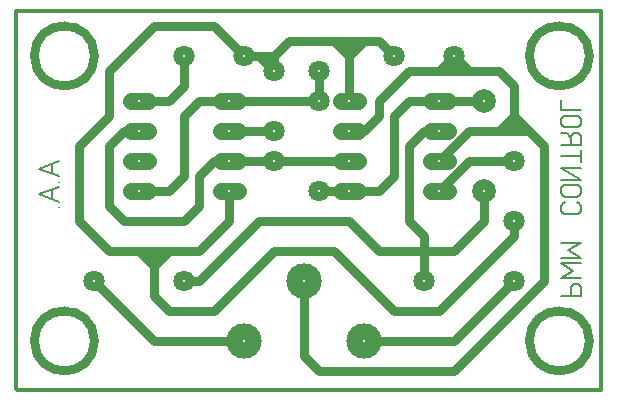
<source format=gbr>
%FSLAX32Y32*%
%MOMM*%
%LNCOPPER2*%
G71*
G01*
%ADD10C, 0.80*%
%ADD11C, 1.80*%
%ADD12C, 3.00*%
%ADD13C, 2.00*%
%ADD14C, 0.21*%
%ADD15C, 0.30*%
%ADD16C, 1.42*%
%LPD*%
G54D10*
X2667Y2511D02*
X1651Y2511D01*
X1524Y2384D01*
X1524Y1876D01*
X1397Y1749D01*
X1143Y1749D01*
G54D10*
X2667Y1749D02*
X3175Y1749D01*
X3302Y1876D01*
X3302Y2384D01*
X3429Y2511D01*
X4064Y2511D01*
X2286Y2003D02*
G54D11*
D03*
X2286Y2257D02*
G54D11*
D03*
G54D10*
X1905Y2257D02*
X2032Y2257D01*
X2286Y2257D01*
G54D10*
X4191Y2765D02*
X4318Y2638D01*
X4318Y2257D01*
X4191Y2257D01*
X3937Y2257D01*
X3683Y2003D01*
G54D10*
X1905Y2003D02*
X1778Y2003D01*
X1651Y1876D01*
X1651Y1622D01*
X1524Y1495D01*
X1016Y1495D01*
X889Y1622D01*
X889Y2130D01*
X1016Y2257D01*
X1143Y2257D01*
G54D10*
X1905Y2003D02*
X2921Y2003D01*
X2032Y479D02*
G54D12*
D03*
X3048Y479D02*
G54D12*
D03*
X2540Y987D02*
G54D12*
D03*
X762Y987D02*
G54D11*
D03*
X1524Y987D02*
G54D11*
D03*
G54D10*
G75*
G01X762Y2892D02*
G03X762Y2892I-254J0D01*
G01*
G54D10*
G75*
G01X4953Y2892D02*
G03X4953Y2892I-254J0D01*
G01*
G54D10*
G75*
G01X762Y479D02*
G03X762Y479I-254J0D01*
G01*
G54D10*
G75*
G01X4953Y479D02*
G03X4953Y479I-254J0D01*
G01*
G54D10*
X3683Y2257D02*
X3556Y2257D01*
X3429Y2130D01*
X3429Y1495D01*
X3556Y1368D01*
X3556Y1241D01*
G54D10*
X3048Y479D02*
X3810Y479D01*
X4318Y987D01*
X4064Y2511D02*
G54D13*
D03*
X4064Y1749D02*
G54D13*
D03*
G54D10*
X3556Y1241D02*
X3810Y1241D01*
X4064Y1495D01*
X4064Y1749D01*
G54D10*
X1524Y987D02*
X1651Y987D01*
X2159Y1495D01*
X2921Y1495D01*
X3175Y1241D01*
X3556Y1241D01*
G54D10*
X2540Y987D02*
X2540Y352D01*
X2667Y225D01*
X3810Y225D01*
X4572Y987D01*
X4572Y2130D01*
X4445Y2257D01*
X4318Y2257D01*
X3302Y2892D02*
G54D11*
D03*
X3810Y2892D02*
G54D11*
D03*
G54D10*
X3810Y2892D02*
X3810Y2765D01*
G54D10*
X2921Y2511D02*
X2921Y3019D01*
X3175Y3019D01*
X3302Y2892D01*
G54D10*
X2286Y1241D02*
X1905Y860D01*
X1778Y733D01*
X1397Y733D01*
X1270Y860D01*
X1270Y1241D01*
X1651Y1241D01*
X1905Y1495D01*
X1905Y1749D01*
G54D10*
X2032Y479D02*
X1270Y479D01*
X762Y987D01*
X4318Y2003D02*
G54D11*
D03*
X4318Y1495D02*
G54D11*
D03*
G54D10*
X3683Y1749D02*
X3937Y2003D01*
X4318Y2003D01*
X1524Y2892D02*
G54D11*
D03*
X2032Y2892D02*
G54D11*
D03*
X2667Y1749D02*
G54D11*
D03*
X2667Y2511D02*
G54D11*
D03*
X2667Y2765D02*
G54D11*
D03*
X2286Y2765D02*
G54D11*
D03*
G54D10*
X2667Y2765D02*
X2667Y2511D01*
G54D10*
X2921Y3019D02*
X2413Y3019D01*
X2286Y2892D01*
X2032Y2892D01*
G54D10*
X2286Y2765D02*
X2286Y2892D01*
G54D10*
X1143Y2511D02*
X1397Y2511D01*
X1524Y2638D01*
X1524Y2892D01*
G54D10*
X1270Y1241D02*
X889Y1241D01*
X762Y1368D01*
X635Y1495D01*
X635Y2130D01*
X889Y2384D01*
X889Y2765D01*
X1143Y3019D01*
X1270Y3146D01*
X1778Y3146D01*
X2032Y2892D01*
G54D14*
X4712Y862D02*
X4881Y862D01*
X4881Y925D01*
X4870Y951D01*
X4849Y963D01*
X4828Y963D01*
X4807Y951D01*
X4796Y925D01*
X4796Y862D01*
G54D14*
X4881Y1009D02*
X4712Y1009D01*
X4818Y1072D01*
X4712Y1136D01*
X4881Y1136D01*
G54D14*
X4712Y1182D02*
X4881Y1182D01*
X4775Y1245D01*
X4881Y1309D01*
X4712Y1309D01*
G54D14*
X4744Y1652D02*
X4723Y1640D01*
X4712Y1614D01*
X4712Y1589D01*
X4723Y1564D01*
X4744Y1551D01*
X4849Y1551D01*
X4870Y1564D01*
X4881Y1589D01*
X4881Y1614D01*
X4870Y1640D01*
X4849Y1652D01*
G54D14*
X4849Y1799D02*
X4744Y1799D01*
X4723Y1787D01*
X4712Y1761D01*
X4712Y1736D01*
X4723Y1711D01*
X4744Y1698D01*
X4849Y1698D01*
X4870Y1711D01*
X4881Y1736D01*
X4881Y1761D01*
X4870Y1787D01*
X4849Y1799D01*
G54D14*
X4712Y1845D02*
X4881Y1845D01*
X4712Y1946D01*
X4881Y1946D01*
G54D14*
X4712Y2043D02*
X4881Y2043D01*
G54D14*
X4881Y1992D02*
X4881Y2093D01*
G54D14*
X4796Y2190D02*
X4775Y2228D01*
X4754Y2240D01*
X4712Y2240D01*
G54D14*
X4712Y2139D02*
X4881Y2139D01*
X4881Y2202D01*
X4870Y2228D01*
X4849Y2240D01*
X4828Y2240D01*
X4807Y2228D01*
X4796Y2202D01*
X4796Y2139D01*
G54D14*
X4849Y2387D02*
X4744Y2387D01*
X4723Y2375D01*
X4712Y2349D01*
X4712Y2324D01*
X4723Y2299D01*
X4744Y2286D01*
X4849Y2286D01*
X4870Y2299D01*
X4881Y2324D01*
X4881Y2349D01*
X4870Y2375D01*
X4849Y2387D01*
G54D14*
X4881Y2433D02*
X4712Y2433D01*
X4712Y2522D01*
G54D14*
X465Y2001D02*
X296Y1938D01*
X465Y1874D01*
G54D14*
X402Y1976D02*
X402Y1900D01*
G54D14*
X465Y1828D02*
X465Y1828D01*
G54D14*
X465Y1782D02*
X296Y1719D01*
X465Y1655D01*
G54D14*
X402Y1757D02*
X402Y1681D01*
G54D14*
X465Y1609D02*
X465Y1609D01*
G54D15*
X103Y3273D02*
X5048Y3273D01*
X5056Y3273D01*
X5056Y66D01*
X111Y66D01*
X103Y74D01*
X103Y3273D01*
G54D10*
X2286Y2765D02*
X2159Y2892D01*
G54D10*
X3048Y3019D02*
X2921Y2892D01*
X2794Y3019D01*
G54D10*
X3683Y2765D02*
X3810Y2892D01*
X3937Y2765D01*
G54D10*
X4445Y2257D02*
X4318Y2384D01*
X4191Y2257D01*
G54D10*
X1397Y1241D02*
X1270Y1114D01*
X1143Y1241D01*
X3556Y987D02*
G54D11*
D03*
X4318Y987D02*
G54D11*
D03*
G54D10*
X4318Y1495D02*
X4318Y1368D01*
X3683Y733D01*
X3302Y733D01*
X2794Y1241D01*
X2286Y1241D01*
G54D10*
X3556Y987D02*
X3556Y1241D01*
G54D10*
X4191Y2765D02*
X3429Y2765D01*
X3175Y2511D01*
X3175Y2384D01*
X3048Y2257D01*
X2921Y2257D01*
G54D16*
X2850Y2511D02*
X2992Y2511D01*
G54D16*
X2850Y2257D02*
X2992Y2257D01*
G54D16*
X2850Y2003D02*
X2992Y2003D01*
G54D16*
X2850Y1749D02*
X2992Y1749D01*
G54D16*
X3612Y2511D02*
X3754Y2511D01*
G54D16*
X3612Y2257D02*
X3754Y2257D01*
G54D16*
X3612Y2003D02*
X3754Y2003D01*
G54D16*
X3612Y1749D02*
X3754Y1749D01*
G54D16*
X1834Y1749D02*
X1976Y1749D01*
G54D16*
X1834Y2003D02*
X1976Y2003D01*
G54D16*
X1834Y2257D02*
X1976Y2257D01*
G54D16*
X1834Y2511D02*
X1976Y2511D01*
G54D16*
X1072Y1749D02*
X1214Y1749D01*
G54D16*
X1072Y2003D02*
X1214Y2003D01*
G54D16*
X1072Y2257D02*
X1214Y2257D01*
G54D16*
X1072Y2511D02*
X1214Y2511D01*
%LNAUGENFREISTANZEN*%
%LPC*%
X2286Y2003D02*
G54D15*
D03*
X2286Y2257D02*
G54D15*
D03*
X2032Y479D02*
G54D15*
D03*
X3048Y479D02*
G54D15*
D03*
X2540Y987D02*
G54D15*
D03*
X762Y987D02*
G54D15*
D03*
X1524Y987D02*
G54D15*
D03*
X4064Y2511D02*
G54D15*
D03*
X4064Y1749D02*
G54D15*
D03*
X3302Y2892D02*
G54D15*
D03*
X3810Y2892D02*
G54D15*
D03*
X4318Y2003D02*
G54D15*
D03*
X4318Y1495D02*
G54D15*
D03*
X1524Y2892D02*
G54D15*
D03*
X2032Y2892D02*
G54D15*
D03*
X2667Y1749D02*
G54D15*
D03*
X2667Y2511D02*
G54D15*
D03*
X2667Y2765D02*
G54D15*
D03*
X2286Y2765D02*
G54D15*
D03*
X3556Y987D02*
G54D15*
D03*
X4318Y987D02*
G54D15*
D03*
X2921Y2511D02*
G54D15*
D03*
X2921Y2257D02*
G54D15*
D03*
X2921Y2003D02*
G54D15*
D03*
X2921Y1749D02*
G54D15*
D03*
X3683Y2511D02*
G54D15*
D03*
X3683Y2257D02*
G54D15*
D03*
X3683Y2003D02*
G54D15*
D03*
X3683Y1749D02*
G54D15*
D03*
X1905Y1749D02*
G54D15*
D03*
X1905Y2003D02*
G54D15*
D03*
X1905Y2257D02*
G54D15*
D03*
X1905Y2511D02*
G54D15*
D03*
X1143Y1749D02*
G54D15*
D03*
X1143Y2003D02*
G54D15*
D03*
X1143Y2257D02*
G54D15*
D03*
X1143Y2511D02*
G54D15*
D03*
M02*

</source>
